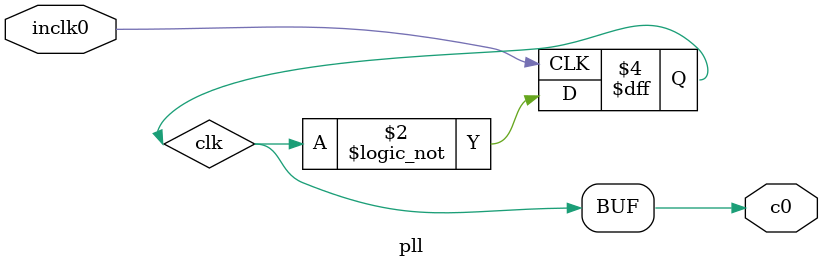
<source format=v>
module pll (
	input wire inclk0,
	output wire c0);

	reg clk = 1'b0;

	always @(posedge inclk0)
    clk <= !clk;

  assign c0 = clk;

endmodule

</source>
